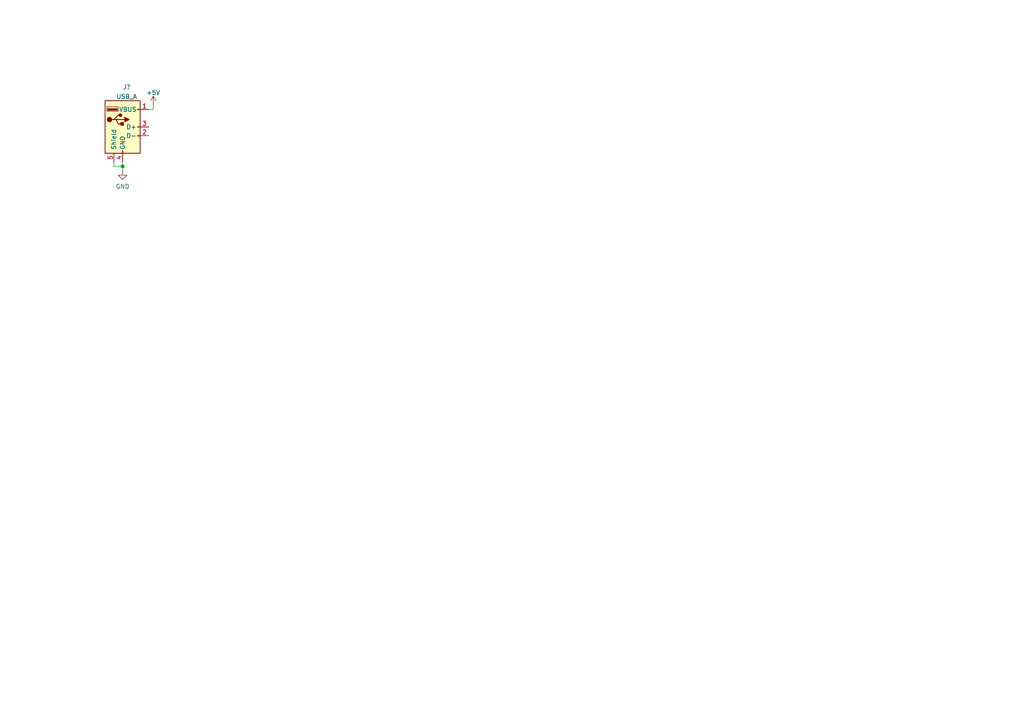
<source format=kicad_sch>
(kicad_sch (version 20210621) (generator eeschema)
  (paper "A4")
  (title_block (title "ShinyBoost PCB") (rev "A") (company "Jasper Rubin"))
  (lib_symbols
    (symbol "Connector:USB_A" (pin_names (offset 1.016))
      (property "Reference" "J" (at -5.08 11.43 0))
      (property "Value" "USB_A" (at -5.08 8.89 0))
      (symbol "USB_A_0_1"
        (circle (center -3.81 2.159) (radius 0.635) (stroke (width 0.254)) (fill (type outline)))
        (circle (center -0.635 3.429) (radius 0.381) (stroke (width 0.254)) (fill (type outline)))
        (rectangle (start -1.27 4.572) (end -4.572 5.842))
        (rectangle (start -0.127 -7.62) (end 0.127 -6.858))
        (rectangle (start 5.08 -2.667) (end 4.318 -2.413))
        (rectangle (start 5.08 -0.127) (end 4.318 0.127))
        (rectangle (start 5.08 4.953) (end 4.318 5.207))
        (rectangle (start -1.524 4.826) (end -4.318 5.334) (fill (type outline)))
        (rectangle (start 0.254 1.27) (end -0.508 0.508) (stroke (width 0.254)) (fill (type outline)))
        (rectangle (start -5.08 -7.62) (end 5.08 7.62) (stroke (width 0.254)) (fill (type background)))
        (polyline (pts (xy -3.175 2.159) (xy -2.54 2.159) (xy -1.27 3.429) (xy -0.635 3.429)) (stroke (width 0.254)))
        (polyline (pts (xy -2.54 2.159) (xy -1.905 2.159) (xy -1.27 0.889) (xy 0 0.889)) (stroke (width 0.254)))
        (polyline (pts (xy 0.635 2.794) (xy 0.635 1.524) (xy 1.905 2.159) (xy 0.635 2.794)) (stroke (width 0.254)) (fill (type outline)))
      )
      (symbol "USB_A_1_1"
        (polyline (pts (xy -1.905 2.159) (xy 0.635 2.159)) (stroke (width 0.254)))
        (pin power_in line (at 7.62 5.08 180) (length 2.54) (name "VBUS") (number "1"))
        (pin bidirectional line (at 7.62 -2.54 180) (length 2.54) (name "D-") (number "2"))
        (pin bidirectional line (at 7.62 0 180) (length 2.54) (name "D+") (number "3"))
        (pin power_in line (at 0 -10.16 90) (length 2.54) (name "GND") (number "4"))
        (pin passive line (at -2.54 -10.16 90) (length 2.54) (name "Shield") (number "5"))
      )
    )
    (symbol "power:+5V" (power) (pin_names (offset 0))
      (property "Value" "+5V" (at 0 3.556 0))
      (symbol "+5V_0_1"
        (polyline (pts (xy -0.762 1.27) (xy 0 2.54)))
        (polyline (pts (xy 0 0) (xy 0 2.54)))
        (polyline (pts (xy 0 2.54) (xy 0.762 1.27)))
      )
      (symbol "+5V_1_1"
        (pin power_in line (at 0 0 90) (length 0) hide (name "+5V") (number "1"))
      )
    )
    (symbol "power:GND" (power) (pin_names (offset 0))
      (property "Value" "GND" (at 0 -3.81 0))
      (symbol "GND_0_1"
        (polyline (pts (xy 0 0) (xy 0 -1.27) (xy 1.27 -1.27) (xy 0 -2.54) (xy -1.27 -1.27) (xy 0 -1.27)))
      )
      (symbol "GND_1_1"
        (pin power_in line (at 0 0 270) (length 0) hide (name "GND") (number "1"))
      )
    )
  )
  (junction (at 35.56 48.26))
  (wire (pts (xy 33.02 46.99) (xy 33.02 48.26)))
  (wire (pts (xy 33.02 48.26) (xy 35.56 48.26)))
  (wire (pts (xy 35.56 46.99) (xy 35.56 48.26)))
  (wire (pts (xy 35.56 48.26) (xy 35.56 49.53)))
  (wire (pts (xy 44.45 30.48) (xy 44.45 31.75)))
  (wire (pts (xy 44.45 31.75) (xy 43.18 31.75)))
  (symbol (lib_id "power:+5V") (at 44.45 30.48 0) (unit 1)
    (property "Reference" "#PWR?" (effects hide))
    (property "Value" "+5V" (at 44.45 26.8754 0))
  )
  (symbol (lib_id "power:GND") (at 35.56 49.53 0) (unit 1)
    (property "Reference" "#PWR?" (effects hide))
    (property "Value" "GND" (at 35.56 54.0926 0))
  )
  (symbol (lib_id "Connector:USB_A") (at 35.56 36.83 0) (unit 1)
    (property "Reference" "J?" (at 36.7665 25.2434 0))
    (property "Value" "USB_A" (at 36.7665 28.0185 0))
    (property "Datasheet" " ~" (effects hide))
  )
)
</source>
